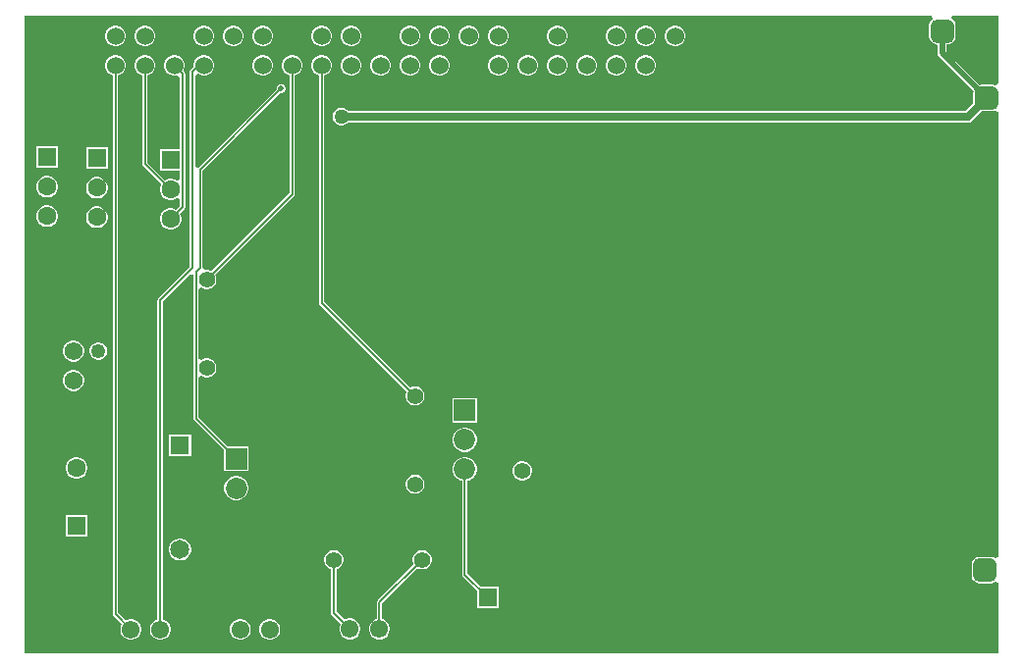
<source format=gtl>
G04*
G04 #@! TF.GenerationSoftware,Altium Limited,Altium Designer,22.7.1 (60)*
G04*
G04 Layer_Physical_Order=1*
G04 Layer_Color=255*
%FSLAX44Y44*%
%MOMM*%
G71*
G04*
G04 #@! TF.SameCoordinates,D299D1DB-FC93-4E7D-A29F-8AC0059F7039*
G04*
G04*
G04 #@! TF.FilePolarity,Positive*
G04*
G01*
G75*
%ADD11C,0.2000*%
%ADD19C,1.8500*%
%ADD20R,1.8500X1.8500*%
%ADD24C,1.5240*%
%ADD25C,1.6500*%
%ADD27C,1.2500*%
%ADD28C,1.5700*%
%ADD29R,1.5700X1.5700*%
G04:AMPARAMS|DCode=34|XSize=2mm|YSize=2mm|CornerRadius=0.5mm|HoleSize=0mm|Usage=FLASHONLY|Rotation=0.000|XOffset=0mm|YOffset=0mm|HoleType=Round|Shape=RoundedRectangle|*
%AMROUNDEDRECTD34*
21,1,2.0000,1.0000,0,0,0.0*
21,1,1.0000,2.0000,0,0,0.0*
1,1,1.0000,0.5000,-0.5000*
1,1,1.0000,-0.5000,-0.5000*
1,1,1.0000,-0.5000,0.5000*
1,1,1.0000,0.5000,0.5000*
%
%ADD34ROUNDEDRECTD34*%
%ADD35C,0.7000*%
%ADD36C,0.5000*%
%ADD37C,0.5000*%
%ADD38R,1.6500X1.6500*%
%ADD39C,1.6000*%
%ADD40R,1.6000X1.6000*%
%ADD41C,1.4000*%
%ADD42C,1.5500*%
%ADD43R,1.6000X1.6000*%
%ADD44R,1.5500X1.5500*%
%ADD45C,5.0000*%
%ADD46C,0.5080*%
%ADD47C,1.2700*%
G36*
X844902Y496413D02*
X842402Y495077D01*
X842344Y495116D01*
X839898Y495603D01*
X829898D01*
X829099Y495444D01*
X800330Y524214D01*
X800390Y530637D01*
X801653D01*
X804099Y531123D01*
X806173Y532509D01*
X807559Y534583D01*
X808046Y537029D01*
Y547029D01*
X807559Y549476D01*
X806173Y551550D01*
X804898Y552402D01*
X805656Y554902D01*
X844902D01*
Y496413D01*
D02*
G37*
G36*
X788408Y552402D02*
X787132Y551550D01*
X785747Y549476D01*
X785260Y547029D01*
Y537029D01*
X785747Y534583D01*
X787132Y532509D01*
X789206Y531123D01*
X791653Y530637D01*
X792692Y529587D01*
X792627Y522673D01*
X792631Y522655D01*
X792627Y522636D01*
X792770Y521917D01*
X792906Y521199D01*
X792916Y521184D01*
X792920Y521166D01*
X793326Y520558D01*
X793727Y519944D01*
X793743Y519934D01*
X793753Y519919D01*
X823663Y490008D01*
X823505Y489210D01*
Y479695D01*
X816525Y472716D01*
X284761D01*
X284682Y472853D01*
X283263Y474272D01*
X281525Y475275D01*
X279587Y475794D01*
X277581D01*
X275643Y475275D01*
X273905Y474272D01*
X272487Y472853D01*
X271483Y471115D01*
X270964Y469178D01*
Y467171D01*
X271483Y465233D01*
X272487Y463495D01*
X273905Y462077D01*
X275643Y461074D01*
X277581Y460554D01*
X279587D01*
X281525Y461074D01*
X283263Y462077D01*
X284175Y462989D01*
X818540D01*
X818540Y462989D01*
X820401Y463359D01*
X821979Y464413D01*
X830383Y472817D01*
X839898D01*
X842344Y473304D01*
X842402Y473343D01*
X844902Y472006D01*
Y87803D01*
X844670Y87600D01*
X842402Y86696D01*
X841029Y87613D01*
X838583Y88100D01*
X828583D01*
X826136Y87613D01*
X824062Y86227D01*
X822677Y84153D01*
X822190Y81707D01*
Y71707D01*
X822677Y69260D01*
X824062Y67186D01*
X826136Y65801D01*
X828583Y65314D01*
X838583D01*
X841029Y65801D01*
X842402Y66718D01*
X844670Y65814D01*
X844902Y65610D01*
Y5098D01*
X5098D01*
Y554902D01*
X787650D01*
X788408Y552402D01*
D02*
G37*
%LPC*%
G36*
X567471Y546590D02*
X565130D01*
X562869Y545984D01*
X560841Y544814D01*
X559186Y543159D01*
X558016Y541132D01*
X557410Y538871D01*
Y536530D01*
X558016Y534269D01*
X559186Y532242D01*
X560841Y530586D01*
X562869Y529416D01*
X565130Y528810D01*
X567471D01*
X569731Y529416D01*
X571759Y530586D01*
X573414Y532242D01*
X574584Y534269D01*
X575190Y536530D01*
Y538871D01*
X574584Y541132D01*
X573414Y543159D01*
X571759Y544814D01*
X569731Y545984D01*
X567471Y546590D01*
D02*
G37*
G36*
X542071D02*
X539730D01*
X537469Y545984D01*
X535442Y544814D01*
X533786Y543159D01*
X532616Y541132D01*
X532010Y538871D01*
Y536530D01*
X532616Y534269D01*
X533786Y532242D01*
X535442Y530586D01*
X537469Y529416D01*
X539730Y528810D01*
X542071D01*
X544332Y529416D01*
X546359Y530586D01*
X548014Y532242D01*
X549184Y534269D01*
X549790Y536530D01*
Y538871D01*
X549184Y541132D01*
X548014Y543159D01*
X546359Y544814D01*
X544332Y545984D01*
X542071Y546590D01*
D02*
G37*
G36*
X516670D02*
X514330D01*
X512069Y545984D01*
X510042Y544814D01*
X508386Y543159D01*
X507216Y541132D01*
X506610Y538871D01*
Y536530D01*
X507216Y534269D01*
X508386Y532242D01*
X510042Y530586D01*
X512069Y529416D01*
X514330Y528810D01*
X516670D01*
X518932Y529416D01*
X520959Y530586D01*
X522614Y532242D01*
X523784Y534269D01*
X524390Y536530D01*
Y538871D01*
X523784Y541132D01*
X522614Y543159D01*
X520959Y544814D01*
X518932Y545984D01*
X516670Y546590D01*
D02*
G37*
G36*
X465871D02*
X463530D01*
X461269Y545984D01*
X459241Y544814D01*
X457586Y543159D01*
X456416Y541132D01*
X455810Y538871D01*
Y536530D01*
X456416Y534269D01*
X457586Y532242D01*
X459241Y530586D01*
X461269Y529416D01*
X463530Y528810D01*
X465871D01*
X468131Y529416D01*
X470159Y530586D01*
X471814Y532242D01*
X472984Y534269D01*
X473590Y536530D01*
Y538871D01*
X472984Y541132D01*
X471814Y543159D01*
X470159Y544814D01*
X468131Y545984D01*
X465871Y546590D01*
D02*
G37*
G36*
X415070D02*
X412730D01*
X410469Y545984D01*
X408442Y544814D01*
X406786Y543159D01*
X405616Y541132D01*
X405010Y538871D01*
Y536530D01*
X405616Y534269D01*
X406786Y532242D01*
X408442Y530586D01*
X410469Y529416D01*
X412730Y528810D01*
X415070D01*
X417332Y529416D01*
X419359Y530586D01*
X421014Y532242D01*
X422184Y534269D01*
X422790Y536530D01*
Y538871D01*
X422184Y541132D01*
X421014Y543159D01*
X419359Y544814D01*
X417332Y545984D01*
X415070Y546590D01*
D02*
G37*
G36*
X389670D02*
X387330D01*
X385069Y545984D01*
X383041Y544814D01*
X381386Y543159D01*
X380216Y541132D01*
X379610Y538871D01*
Y536530D01*
X380216Y534269D01*
X381386Y532242D01*
X383041Y530586D01*
X385069Y529416D01*
X387330Y528810D01*
X389670D01*
X391931Y529416D01*
X393959Y530586D01*
X395614Y532242D01*
X396784Y534269D01*
X397390Y536530D01*
Y538871D01*
X396784Y541132D01*
X395614Y543159D01*
X393959Y544814D01*
X391931Y545984D01*
X389670Y546590D01*
D02*
G37*
G36*
X364271D02*
X361930D01*
X359669Y545984D01*
X357641Y544814D01*
X355986Y543159D01*
X354816Y541132D01*
X354210Y538871D01*
Y536530D01*
X354816Y534269D01*
X355986Y532242D01*
X357641Y530586D01*
X359669Y529416D01*
X361930Y528810D01*
X364271D01*
X366531Y529416D01*
X368559Y530586D01*
X370214Y532242D01*
X371384Y534269D01*
X371990Y536530D01*
Y538871D01*
X371384Y541132D01*
X370214Y543159D01*
X368559Y544814D01*
X366531Y545984D01*
X364271Y546590D01*
D02*
G37*
G36*
X338871D02*
X336530D01*
X334269Y545984D01*
X332242Y544814D01*
X330586Y543159D01*
X329416Y541132D01*
X328810Y538871D01*
Y536530D01*
X329416Y534269D01*
X330586Y532242D01*
X332242Y530586D01*
X334269Y529416D01*
X336530Y528810D01*
X338871D01*
X341132Y529416D01*
X343159Y530586D01*
X344814Y532242D01*
X345984Y534269D01*
X346590Y536530D01*
Y538871D01*
X345984Y541132D01*
X344814Y543159D01*
X343159Y544814D01*
X341132Y545984D01*
X338871Y546590D01*
D02*
G37*
G36*
X288071D02*
X285730D01*
X283469Y545984D01*
X281441Y544814D01*
X279786Y543159D01*
X278616Y541132D01*
X278010Y538871D01*
Y536530D01*
X278616Y534269D01*
X279786Y532242D01*
X281441Y530586D01*
X283469Y529416D01*
X285730Y528810D01*
X288071D01*
X290331Y529416D01*
X292359Y530586D01*
X294014Y532242D01*
X295184Y534269D01*
X295790Y536530D01*
Y538871D01*
X295184Y541132D01*
X294014Y543159D01*
X292359Y544814D01*
X290331Y545984D01*
X288071Y546590D01*
D02*
G37*
G36*
X262670D02*
X260330D01*
X258069Y545984D01*
X256042Y544814D01*
X254386Y543159D01*
X253216Y541132D01*
X252610Y538871D01*
Y536530D01*
X253216Y534269D01*
X254386Y532242D01*
X256042Y530586D01*
X258069Y529416D01*
X260330Y528810D01*
X262670D01*
X264932Y529416D01*
X266959Y530586D01*
X268614Y532242D01*
X269784Y534269D01*
X270390Y536530D01*
Y538871D01*
X269784Y541132D01*
X268614Y543159D01*
X266959Y544814D01*
X264932Y545984D01*
X262670Y546590D01*
D02*
G37*
G36*
X211870D02*
X209530D01*
X207269Y545984D01*
X205242Y544814D01*
X203586Y543159D01*
X202416Y541132D01*
X201810Y538871D01*
Y536530D01*
X202416Y534269D01*
X203586Y532242D01*
X205242Y530586D01*
X207269Y529416D01*
X209530Y528810D01*
X211870D01*
X214132Y529416D01*
X216159Y530586D01*
X217814Y532242D01*
X218984Y534269D01*
X219590Y536530D01*
Y538871D01*
X218984Y541132D01*
X217814Y543159D01*
X216159Y544814D01*
X214132Y545984D01*
X211870Y546590D01*
D02*
G37*
G36*
X186471D02*
X184130D01*
X181869Y545984D01*
X179841Y544814D01*
X178186Y543159D01*
X177016Y541132D01*
X176410Y538871D01*
Y536530D01*
X177016Y534269D01*
X178186Y532242D01*
X179841Y530586D01*
X181869Y529416D01*
X184130Y528810D01*
X186471D01*
X188731Y529416D01*
X190759Y530586D01*
X192414Y532242D01*
X193584Y534269D01*
X194190Y536530D01*
Y538871D01*
X193584Y541132D01*
X192414Y543159D01*
X190759Y544814D01*
X188731Y545984D01*
X186471Y546590D01*
D02*
G37*
G36*
X161070D02*
X158730D01*
X156469Y545984D01*
X154441Y544814D01*
X152786Y543159D01*
X151616Y541132D01*
X151010Y538871D01*
Y536530D01*
X151616Y534269D01*
X152786Y532242D01*
X154441Y530586D01*
X156469Y529416D01*
X158730Y528810D01*
X161070D01*
X163332Y529416D01*
X165359Y530586D01*
X167014Y532242D01*
X168184Y534269D01*
X168790Y536530D01*
Y538871D01*
X168184Y541132D01*
X167014Y543159D01*
X165359Y544814D01*
X163332Y545984D01*
X161070Y546590D01*
D02*
G37*
G36*
X110271D02*
X107930D01*
X105669Y545984D01*
X103642Y544814D01*
X101986Y543159D01*
X100816Y541132D01*
X100210Y538871D01*
Y536530D01*
X100816Y534269D01*
X101986Y532242D01*
X103642Y530586D01*
X105669Y529416D01*
X107930Y528810D01*
X110271D01*
X112531Y529416D01*
X114559Y530586D01*
X116214Y532242D01*
X117384Y534269D01*
X117990Y536530D01*
Y538871D01*
X117384Y541132D01*
X116214Y543159D01*
X114559Y544814D01*
X112531Y545984D01*
X110271Y546590D01*
D02*
G37*
G36*
X84871D02*
X82530D01*
X80269Y545984D01*
X78242Y544814D01*
X76586Y543159D01*
X75416Y541132D01*
X74810Y538871D01*
Y536530D01*
X75416Y534269D01*
X76586Y532242D01*
X78242Y530586D01*
X80269Y529416D01*
X82530Y528810D01*
X84871D01*
X87132Y529416D01*
X89159Y530586D01*
X90814Y532242D01*
X91984Y534269D01*
X92590Y536530D01*
Y538871D01*
X91984Y541132D01*
X90814Y543159D01*
X89159Y544814D01*
X87132Y545984D01*
X84871Y546590D01*
D02*
G37*
G36*
X542071Y521190D02*
X539730D01*
X537469Y520584D01*
X535442Y519414D01*
X533786Y517759D01*
X532616Y515732D01*
X532010Y513471D01*
Y511130D01*
X532616Y508869D01*
X533786Y506842D01*
X535442Y505186D01*
X537469Y504016D01*
X539730Y503410D01*
X542071D01*
X544332Y504016D01*
X546359Y505186D01*
X548014Y506842D01*
X549184Y508869D01*
X549790Y511130D01*
Y513471D01*
X549184Y515732D01*
X548014Y517759D01*
X546359Y519414D01*
X544332Y520584D01*
X542071Y521190D01*
D02*
G37*
G36*
X516670D02*
X514330D01*
X512069Y520584D01*
X510042Y519414D01*
X508386Y517759D01*
X507216Y515732D01*
X506610Y513471D01*
Y511130D01*
X507216Y508869D01*
X508386Y506842D01*
X510042Y505186D01*
X512069Y504016D01*
X514330Y503410D01*
X516670D01*
X518932Y504016D01*
X520959Y505186D01*
X522614Y506842D01*
X523784Y508869D01*
X524390Y511130D01*
Y513471D01*
X523784Y515732D01*
X522614Y517759D01*
X520959Y519414D01*
X518932Y520584D01*
X516670Y521190D01*
D02*
G37*
G36*
X491270D02*
X488930D01*
X486669Y520584D01*
X484641Y519414D01*
X482986Y517759D01*
X481816Y515732D01*
X481210Y513471D01*
Y511130D01*
X481816Y508869D01*
X482986Y506842D01*
X484641Y505186D01*
X486669Y504016D01*
X488930Y503410D01*
X491270D01*
X493531Y504016D01*
X495559Y505186D01*
X497214Y506842D01*
X498384Y508869D01*
X498990Y511130D01*
Y513471D01*
X498384Y515732D01*
X497214Y517759D01*
X495559Y519414D01*
X493531Y520584D01*
X491270Y521190D01*
D02*
G37*
G36*
X465871D02*
X463530D01*
X461269Y520584D01*
X459241Y519414D01*
X457586Y517759D01*
X456416Y515732D01*
X455810Y513471D01*
Y511130D01*
X456416Y508869D01*
X457586Y506842D01*
X459241Y505186D01*
X461269Y504016D01*
X463530Y503410D01*
X465871D01*
X468131Y504016D01*
X470159Y505186D01*
X471814Y506842D01*
X472984Y508869D01*
X473590Y511130D01*
Y513471D01*
X472984Y515732D01*
X471814Y517759D01*
X470159Y519414D01*
X468131Y520584D01*
X465871Y521190D01*
D02*
G37*
G36*
X440471D02*
X438130D01*
X435869Y520584D01*
X433842Y519414D01*
X432186Y517759D01*
X431016Y515732D01*
X430410Y513471D01*
Y511130D01*
X431016Y508869D01*
X432186Y506842D01*
X433842Y505186D01*
X435869Y504016D01*
X438130Y503410D01*
X440471D01*
X442732Y504016D01*
X444759Y505186D01*
X446414Y506842D01*
X447584Y508869D01*
X448190Y511130D01*
Y513471D01*
X447584Y515732D01*
X446414Y517759D01*
X444759Y519414D01*
X442732Y520584D01*
X440471Y521190D01*
D02*
G37*
G36*
X415070D02*
X412730D01*
X410469Y520584D01*
X408442Y519414D01*
X406786Y517759D01*
X405616Y515732D01*
X405010Y513471D01*
Y511130D01*
X405616Y508869D01*
X406786Y506842D01*
X408442Y505186D01*
X410469Y504016D01*
X412730Y503410D01*
X415070D01*
X417332Y504016D01*
X419359Y505186D01*
X421014Y506842D01*
X422184Y508869D01*
X422790Y511130D01*
Y513471D01*
X422184Y515732D01*
X421014Y517759D01*
X419359Y519414D01*
X417332Y520584D01*
X415070Y521190D01*
D02*
G37*
G36*
X364271D02*
X361930D01*
X359669Y520584D01*
X357641Y519414D01*
X355986Y517759D01*
X354816Y515732D01*
X354210Y513471D01*
Y511130D01*
X354816Y508869D01*
X355986Y506842D01*
X357641Y505186D01*
X359669Y504016D01*
X361930Y503410D01*
X364271D01*
X366531Y504016D01*
X368559Y505186D01*
X370214Y506842D01*
X371384Y508869D01*
X371990Y511130D01*
Y513471D01*
X371384Y515732D01*
X370214Y517759D01*
X368559Y519414D01*
X366531Y520584D01*
X364271Y521190D01*
D02*
G37*
G36*
X338871D02*
X336530D01*
X334269Y520584D01*
X332242Y519414D01*
X330586Y517759D01*
X329416Y515732D01*
X328810Y513471D01*
Y511130D01*
X329416Y508869D01*
X330586Y506842D01*
X332242Y505186D01*
X334269Y504016D01*
X336530Y503410D01*
X338871D01*
X341132Y504016D01*
X343159Y505186D01*
X344814Y506842D01*
X345984Y508869D01*
X346590Y511130D01*
Y513471D01*
X345984Y515732D01*
X344814Y517759D01*
X343159Y519414D01*
X341132Y520584D01*
X338871Y521190D01*
D02*
G37*
G36*
X313470D02*
X311130D01*
X308869Y520584D01*
X306842Y519414D01*
X305186Y517759D01*
X304016Y515732D01*
X303410Y513471D01*
Y511130D01*
X304016Y508869D01*
X305186Y506842D01*
X306842Y505186D01*
X308869Y504016D01*
X311130Y503410D01*
X313470D01*
X315732Y504016D01*
X317759Y505186D01*
X319414Y506842D01*
X320584Y508869D01*
X321190Y511130D01*
Y513471D01*
X320584Y515732D01*
X319414Y517759D01*
X317759Y519414D01*
X315732Y520584D01*
X313470Y521190D01*
D02*
G37*
G36*
X288071D02*
X285730D01*
X283469Y520584D01*
X281441Y519414D01*
X279786Y517759D01*
X278616Y515732D01*
X278010Y513471D01*
Y511130D01*
X278616Y508869D01*
X279786Y506842D01*
X281441Y505186D01*
X283469Y504016D01*
X285730Y503410D01*
X288071D01*
X290331Y504016D01*
X292359Y505186D01*
X294014Y506842D01*
X295184Y508869D01*
X295790Y511130D01*
Y513471D01*
X295184Y515732D01*
X294014Y517759D01*
X292359Y519414D01*
X290331Y520584D01*
X288071Y521190D01*
D02*
G37*
G36*
X211870D02*
X209530D01*
X207269Y520584D01*
X205242Y519414D01*
X203586Y517759D01*
X202416Y515732D01*
X201810Y513471D01*
Y511130D01*
X202416Y508869D01*
X203586Y506842D01*
X205242Y505186D01*
X207269Y504016D01*
X209530Y503410D01*
X211870D01*
X214132Y504016D01*
X216159Y505186D01*
X217814Y506842D01*
X218984Y508869D01*
X219590Y511130D01*
Y513471D01*
X218984Y515732D01*
X217814Y517759D01*
X216159Y519414D01*
X214132Y520584D01*
X211870Y521190D01*
D02*
G37*
G36*
X237271D02*
X234930D01*
X232669Y520584D01*
X230641Y519414D01*
X228986Y517759D01*
X227816Y515732D01*
X227210Y513471D01*
Y511130D01*
X227816Y508869D01*
X228986Y506842D01*
X230641Y505186D01*
X232669Y504016D01*
X233786Y503717D01*
Y402298D01*
X166366Y334878D01*
X165579Y335332D01*
X163475Y335896D01*
X161298D01*
X160764Y335753D01*
X160666Y335797D01*
X158867Y337526D01*
X158778Y337809D01*
Y421697D01*
X225777Y488696D01*
X227072D01*
X228472Y489276D01*
X229544Y490348D01*
X230124Y491748D01*
Y493264D01*
X229544Y494664D01*
X228472Y495736D01*
X227072Y496316D01*
X225556D01*
X224156Y495736D01*
X223084Y494664D01*
X222504Y493264D01*
Y491969D01*
X154827Y424293D01*
X154675Y424064D01*
X152175Y424566D01*
Y503918D01*
X153720Y504783D01*
X154675Y505052D01*
X156469Y504016D01*
X158730Y503410D01*
X161070D01*
X163332Y504016D01*
X165359Y505186D01*
X167014Y506842D01*
X168184Y508869D01*
X168790Y511130D01*
Y513471D01*
X168184Y515732D01*
X167014Y517759D01*
X165359Y519414D01*
X163332Y520584D01*
X161070Y521190D01*
X158730D01*
X156469Y520584D01*
X154441Y519414D01*
X152786Y517759D01*
X151616Y515732D01*
X151010Y513471D01*
Y511390D01*
X148223Y508603D01*
X147722Y507852D01*
X147545Y506966D01*
Y338518D01*
X120614Y311586D01*
X120112Y310835D01*
X119936Y309949D01*
Y34305D01*
X118769Y33992D01*
X116712Y32805D01*
X115032Y31125D01*
X113845Y29069D01*
X113230Y26774D01*
Y24399D01*
X113845Y22105D01*
X115032Y20049D01*
X116712Y18369D01*
X118769Y17182D01*
X121063Y16567D01*
X123438D01*
X125732Y17182D01*
X127789Y18369D01*
X129468Y20049D01*
X130655Y22105D01*
X131270Y24399D01*
Y26774D01*
X130655Y29069D01*
X129468Y31125D01*
X127789Y32805D01*
X125732Y33992D01*
X124565Y34305D01*
Y308990D01*
X148302Y332728D01*
X150802Y331693D01*
Y207623D01*
X150978Y206737D01*
X151480Y205986D01*
X177288Y180179D01*
Y162412D01*
X198328D01*
Y183452D01*
X180561D01*
X155431Y208581D01*
Y243150D01*
X156068Y243713D01*
X157931Y244449D01*
X159195Y243720D01*
X161298Y243156D01*
X163475D01*
X165579Y243720D01*
X167465Y244808D01*
X169004Y246348D01*
X170093Y248234D01*
X170657Y250337D01*
Y252515D01*
X170093Y254618D01*
X169004Y256504D01*
X167465Y258044D01*
X165579Y259132D01*
X163475Y259696D01*
X161298D01*
X159195Y259132D01*
X157931Y258403D01*
X156068Y259139D01*
X155431Y259701D01*
Y319350D01*
X156068Y319913D01*
X157931Y320649D01*
X159195Y319920D01*
X161298Y319356D01*
X163475D01*
X165579Y319920D01*
X167465Y321008D01*
X169004Y322548D01*
X170093Y324434D01*
X170657Y326537D01*
Y328715D01*
X170093Y330818D01*
X169639Y331605D01*
X237737Y399703D01*
X238238Y400454D01*
X238415Y401339D01*
Y503717D01*
X239531Y504016D01*
X241559Y505186D01*
X243214Y506842D01*
X244384Y508869D01*
X244990Y511130D01*
Y513471D01*
X244384Y515732D01*
X243214Y517759D01*
X241559Y519414D01*
X239531Y520584D01*
X237271Y521190D01*
D02*
G37*
G36*
X33858Y442293D02*
X15318D01*
Y423753D01*
X33858D01*
Y442293D01*
D02*
G37*
G36*
X76882Y441445D02*
X58342D01*
Y422905D01*
X76882D01*
Y441445D01*
D02*
G37*
G36*
X135670Y521190D02*
X133330D01*
X131069Y520584D01*
X129042Y519414D01*
X127386Y517759D01*
X126216Y515732D01*
X125610Y513471D01*
Y511130D01*
X126216Y508869D01*
X127386Y506842D01*
X129042Y505186D01*
X131069Y504016D01*
X133330Y503410D01*
X135670D01*
X136664Y503676D01*
X138982Y502168D01*
X139164Y501849D01*
Y439891D01*
X121919D01*
Y421351D01*
X139164D01*
Y413892D01*
X137567Y413016D01*
X136664Y412765D01*
X134768Y413859D01*
X132410Y414491D01*
X129969D01*
X127611Y413859D01*
X126479Y413205D01*
X111415Y428269D01*
Y503717D01*
X112531Y504016D01*
X114559Y505186D01*
X116214Y506842D01*
X117384Y508869D01*
X117990Y511130D01*
Y513471D01*
X117384Y515732D01*
X116214Y517759D01*
X114559Y519414D01*
X112531Y520584D01*
X110271Y521190D01*
X107930D01*
X105669Y520584D01*
X103642Y519414D01*
X101986Y517759D01*
X100816Y515732D01*
X100210Y513471D01*
Y511130D01*
X100816Y508869D01*
X101986Y506842D01*
X103642Y505186D01*
X105669Y504016D01*
X106786Y503717D01*
Y427310D01*
X106962Y426425D01*
X107464Y425674D01*
X123205Y409932D01*
X122551Y408799D01*
X121919Y406441D01*
Y404001D01*
X122551Y401643D01*
X123772Y399529D01*
X125498Y397803D01*
X127611Y396583D01*
X129969Y395951D01*
X132410D01*
X134768Y396583D01*
X136664Y397677D01*
X137567Y397426D01*
X139164Y396550D01*
Y391068D01*
X135900Y387805D01*
X134768Y388459D01*
X132410Y389091D01*
X129969D01*
X127611Y388459D01*
X125498Y387239D01*
X123772Y385513D01*
X122551Y383399D01*
X121919Y381041D01*
Y378601D01*
X122551Y376243D01*
X123772Y374129D01*
X125498Y372403D01*
X127611Y371183D01*
X129969Y370551D01*
X132410D01*
X134768Y371183D01*
X136881Y372403D01*
X138607Y374129D01*
X139828Y376243D01*
X140459Y378601D01*
Y381041D01*
X139828Y383399D01*
X139174Y384532D01*
X143115Y388473D01*
X143616Y389224D01*
X143792Y390109D01*
Y505322D01*
X143616Y506208D01*
X143115Y506959D01*
X142206Y507867D01*
X142784Y508869D01*
X143390Y511130D01*
Y513471D01*
X142784Y515732D01*
X141614Y517759D01*
X139959Y519414D01*
X137931Y520584D01*
X135670Y521190D01*
D02*
G37*
G36*
X25808Y416893D02*
X23367D01*
X21010Y416261D01*
X18896Y415041D01*
X17170Y413315D01*
X15949Y411201D01*
X15318Y408844D01*
Y406403D01*
X15949Y404045D01*
X17170Y401931D01*
X18896Y400205D01*
X21010Y398985D01*
X23367Y398353D01*
X25808D01*
X28166Y398985D01*
X30280Y400205D01*
X32006Y401931D01*
X33226Y404045D01*
X33858Y406403D01*
Y408844D01*
X33226Y411201D01*
X32006Y413315D01*
X30280Y415041D01*
X28166Y416261D01*
X25808Y416893D01*
D02*
G37*
G36*
X68833Y416045D02*
X66392D01*
X64034Y415414D01*
X61920Y414193D01*
X60194Y412467D01*
X58974Y410354D01*
X58342Y407996D01*
Y405555D01*
X58974Y403197D01*
X60194Y401083D01*
X61920Y399358D01*
X64034Y398137D01*
X66392Y397505D01*
X68833D01*
X71190Y398137D01*
X73304Y399358D01*
X75030Y401083D01*
X76251Y403197D01*
X76882Y405555D01*
Y407996D01*
X76251Y410354D01*
X75030Y412467D01*
X73304Y414193D01*
X71190Y415414D01*
X68833Y416045D01*
D02*
G37*
G36*
X25808Y391493D02*
X23367D01*
X21010Y390862D01*
X18896Y389641D01*
X17170Y387915D01*
X15949Y385801D01*
X15318Y383444D01*
Y381003D01*
X15949Y378645D01*
X17170Y376531D01*
X18896Y374805D01*
X21010Y373585D01*
X23367Y372953D01*
X25808D01*
X28166Y373585D01*
X30280Y374805D01*
X32006Y376531D01*
X33226Y378645D01*
X33858Y381003D01*
Y383444D01*
X33226Y385801D01*
X32006Y387915D01*
X30280Y389641D01*
X28166Y390862D01*
X25808Y391493D01*
D02*
G37*
G36*
X68833Y390645D02*
X66392D01*
X64034Y390014D01*
X61920Y388793D01*
X60194Y387067D01*
X58974Y384953D01*
X58342Y382596D01*
Y380155D01*
X58974Y377797D01*
X60194Y375684D01*
X61920Y373958D01*
X64034Y372737D01*
X66392Y372105D01*
X68833D01*
X71190Y372737D01*
X73304Y373958D01*
X75030Y375684D01*
X76251Y377797D01*
X76882Y380155D01*
Y382596D01*
X76251Y384953D01*
X75030Y387067D01*
X73304Y388793D01*
X71190Y390014D01*
X68833Y390645D01*
D02*
G37*
G36*
X69942Y273308D02*
X67962D01*
X66050Y272796D01*
X64335Y271806D01*
X62935Y270406D01*
X61945Y268691D01*
X61432Y266778D01*
Y264798D01*
X61945Y262885D01*
X62935Y261171D01*
X64335Y259771D01*
X66050Y258781D01*
X67962Y258268D01*
X69942D01*
X71855Y258781D01*
X73570Y259771D01*
X74970Y261171D01*
X75960Y262885D01*
X76472Y264798D01*
Y266778D01*
X75960Y268691D01*
X74970Y270406D01*
X73570Y271806D01*
X71855Y272796D01*
X69942Y273308D01*
D02*
G37*
G36*
X48553Y274908D02*
X46152D01*
X43833Y274287D01*
X41753Y273086D01*
X40055Y271388D01*
X38854Y269308D01*
X38233Y266989D01*
Y264587D01*
X38854Y262268D01*
X40055Y260188D01*
X41753Y258490D01*
X43833Y257290D01*
X46152Y256668D01*
X48553D01*
X50873Y257290D01*
X52952Y258490D01*
X54651Y260188D01*
X55851Y262268D01*
X56473Y264587D01*
Y266989D01*
X55851Y269308D01*
X54651Y271388D01*
X52952Y273086D01*
X50873Y274287D01*
X48553Y274908D01*
D02*
G37*
G36*
Y249508D02*
X46152D01*
X43833Y248887D01*
X41753Y247686D01*
X40055Y245988D01*
X38854Y243908D01*
X38233Y241589D01*
Y239188D01*
X38854Y236868D01*
X40055Y234788D01*
X41753Y233090D01*
X43833Y231890D01*
X46152Y231268D01*
X48553D01*
X50873Y231890D01*
X52952Y233090D01*
X54651Y234788D01*
X55851Y236868D01*
X56473Y239188D01*
Y241589D01*
X55851Y243908D01*
X54651Y245988D01*
X52952Y247686D01*
X50873Y248887D01*
X48553Y249508D01*
D02*
G37*
G36*
X262670Y521190D02*
X260330D01*
X258069Y520584D01*
X256042Y519414D01*
X254386Y517759D01*
X253216Y515732D01*
X252610Y513471D01*
Y511130D01*
X253216Y508869D01*
X254386Y506842D01*
X256042Y505186D01*
X258069Y504016D01*
X259186Y503717D01*
Y307492D01*
X259362Y306607D01*
X259863Y305856D01*
X334662Y231057D01*
X334208Y230270D01*
X333644Y228167D01*
Y225989D01*
X334208Y223886D01*
X335297Y222000D01*
X336837Y220460D01*
X338722Y219372D01*
X340826Y218808D01*
X343003D01*
X345107Y219372D01*
X346992Y220460D01*
X348532Y222000D01*
X349621Y223886D01*
X350185Y225989D01*
Y228167D01*
X349621Y230270D01*
X348532Y232156D01*
X346992Y233696D01*
X345107Y234784D01*
X343003Y235348D01*
X340826D01*
X338722Y234784D01*
X337935Y234330D01*
X263815Y308451D01*
Y503717D01*
X264932Y504016D01*
X266959Y505186D01*
X268614Y506842D01*
X269784Y508869D01*
X270390Y511130D01*
Y513471D01*
X269784Y515732D01*
X268614Y517759D01*
X266959Y519414D01*
X264932Y520584D01*
X262670Y521190D01*
D02*
G37*
G36*
X395427Y225205D02*
X374387D01*
Y204165D01*
X395427D01*
Y225205D01*
D02*
G37*
G36*
X386292Y199805D02*
X383522D01*
X380846Y199088D01*
X378448Y197703D01*
X376489Y195744D01*
X375104Y193345D01*
X374387Y190670D01*
Y187900D01*
X375104Y185224D01*
X376489Y182825D01*
X378448Y180867D01*
X380846Y179482D01*
X383522Y178765D01*
X386292D01*
X388968Y179482D01*
X391367Y180867D01*
X393325Y182825D01*
X394710Y185224D01*
X395427Y187900D01*
Y190670D01*
X394710Y193345D01*
X393325Y195744D01*
X391367Y197703D01*
X388968Y199088D01*
X386292Y199805D01*
D02*
G37*
G36*
X148809Y194070D02*
X129769D01*
Y175030D01*
X148809D01*
Y194070D01*
D02*
G37*
G36*
X51266Y174142D02*
X48826D01*
X46468Y173510D01*
X44354Y172290D01*
X42628Y170564D01*
X41408Y168450D01*
X40776Y166092D01*
Y163652D01*
X41408Y161294D01*
X42628Y159180D01*
X44354Y157454D01*
X46468Y156234D01*
X48826Y155602D01*
X51266D01*
X53624Y156234D01*
X55738Y157454D01*
X57464Y159180D01*
X58684Y161294D01*
X59316Y163652D01*
Y166092D01*
X58684Y168450D01*
X57464Y170564D01*
X55738Y172290D01*
X53624Y173510D01*
X51266Y174142D01*
D02*
G37*
G36*
X435382Y170845D02*
X433204D01*
X431101Y170282D01*
X429215Y169193D01*
X427676Y167653D01*
X426587Y165767D01*
X426023Y163664D01*
Y161486D01*
X426587Y159383D01*
X427676Y157497D01*
X429215Y155958D01*
X431101Y154869D01*
X433204Y154305D01*
X435382D01*
X437485Y154869D01*
X439371Y155958D01*
X440911Y157497D01*
X442000Y159383D01*
X442563Y161486D01*
Y163664D01*
X442000Y165767D01*
X440911Y167653D01*
X439371Y169193D01*
X437485Y170282D01*
X435382Y170845D01*
D02*
G37*
G36*
X343003Y159148D02*
X340826D01*
X338722Y158584D01*
X336837Y157496D01*
X335297Y155956D01*
X334208Y154070D01*
X333644Y151967D01*
Y149789D01*
X334208Y147686D01*
X335297Y145800D01*
X336837Y144260D01*
X338722Y143172D01*
X340826Y142608D01*
X343003D01*
X345107Y143172D01*
X346992Y144260D01*
X348532Y145800D01*
X349621Y147686D01*
X350185Y149789D01*
Y151967D01*
X349621Y154070D01*
X348532Y155956D01*
X346992Y157496D01*
X345107Y158584D01*
X343003Y159148D01*
D02*
G37*
G36*
X189193Y158052D02*
X186423D01*
X183747Y157335D01*
X181348Y155950D01*
X179389Y153991D01*
X178004Y151592D01*
X177288Y148917D01*
Y146147D01*
X178004Y143471D01*
X179389Y141072D01*
X181348Y139114D01*
X183747Y137729D01*
X186423Y137012D01*
X189193D01*
X191868Y137729D01*
X194267Y139114D01*
X196226Y141072D01*
X197611Y143471D01*
X198328Y146147D01*
Y148917D01*
X197611Y151592D01*
X196226Y153991D01*
X194267Y155950D01*
X191868Y157335D01*
X189193Y158052D01*
D02*
G37*
G36*
X59316Y124142D02*
X40776D01*
Y105602D01*
X59316D01*
Y124142D01*
D02*
G37*
G36*
X140542Y104070D02*
X138036D01*
X135615Y103421D01*
X133444Y102168D01*
X131671Y100395D01*
X130418Y98224D01*
X129769Y95803D01*
Y93297D01*
X130418Y90875D01*
X131671Y88705D01*
X133444Y86932D01*
X135615Y85679D01*
X138036Y85030D01*
X140542D01*
X142964Y85679D01*
X145134Y86932D01*
X146907Y88705D01*
X148160Y90875D01*
X148809Y93297D01*
Y95803D01*
X148160Y98224D01*
X146907Y100395D01*
X145134Y102168D01*
X142964Y103421D01*
X140542Y104070D01*
D02*
G37*
G36*
X349168Y93960D02*
X346991D01*
X344888Y93396D01*
X343002Y92308D01*
X341462Y90768D01*
X340373Y88882D01*
X339810Y86779D01*
Y84601D01*
X340373Y82498D01*
X340827Y81711D01*
X309623Y50506D01*
X309121Y49755D01*
X308945Y48870D01*
Y34700D01*
X307778Y34388D01*
X305721Y33200D01*
X304041Y31521D01*
X302854Y29464D01*
X302239Y27170D01*
Y24795D01*
X302854Y22501D01*
X304041Y20444D01*
X305721Y18764D01*
X307778Y17577D01*
X310072Y16962D01*
X312447D01*
X314741Y17577D01*
X316798Y18764D01*
X318477Y20444D01*
X319664Y22501D01*
X320279Y24795D01*
Y27170D01*
X319664Y29464D01*
X318477Y31521D01*
X316798Y33200D01*
X314741Y34388D01*
X313574Y34700D01*
Y47911D01*
X344101Y78438D01*
X344888Y77983D01*
X346991Y77420D01*
X349168D01*
X351272Y77983D01*
X353158Y79072D01*
X354697Y80612D01*
X355786Y82498D01*
X356350Y84601D01*
Y86779D01*
X355786Y88882D01*
X354697Y90768D01*
X353158Y92308D01*
X351272Y93396D01*
X349168Y93960D01*
D02*
G37*
G36*
X386292Y174405D02*
X383522D01*
X380846Y173688D01*
X378448Y172303D01*
X376489Y170344D01*
X375104Y167945D01*
X374387Y165270D01*
Y162500D01*
X375104Y159824D01*
X376489Y157425D01*
X378448Y155467D01*
X380846Y154082D01*
X382593Y153614D01*
Y72755D01*
X382769Y71869D01*
X383270Y71118D01*
X395521Y58867D01*
Y43601D01*
X414061D01*
Y62141D01*
X398794D01*
X387221Y73713D01*
Y153614D01*
X388968Y154082D01*
X391367Y155467D01*
X393325Y157425D01*
X394710Y159824D01*
X395427Y162500D01*
Y165270D01*
X394710Y167945D01*
X393325Y170344D01*
X391367Y172303D01*
X388968Y173688D01*
X386292Y174405D01*
D02*
G37*
G36*
X272968Y93960D02*
X270791D01*
X268687Y93396D01*
X266802Y92308D01*
X265262Y90768D01*
X264173Y88882D01*
X263610Y86779D01*
Y84601D01*
X264173Y82498D01*
X265262Y80612D01*
X266802Y79072D01*
X268687Y77983D01*
X269565Y77748D01*
Y39962D01*
X269741Y39076D01*
X270243Y38325D01*
X278058Y30510D01*
X277454Y29464D01*
X276839Y27170D01*
Y24795D01*
X277454Y22501D01*
X278641Y20444D01*
X280321Y18764D01*
X282378Y17577D01*
X284672Y16962D01*
X287047D01*
X289341Y17577D01*
X291398Y18764D01*
X293077Y20444D01*
X294265Y22501D01*
X294879Y24795D01*
Y27170D01*
X294265Y29464D01*
X293077Y31521D01*
X291398Y33200D01*
X289341Y34388D01*
X287047Y35002D01*
X284672D01*
X282378Y34388D01*
X281331Y33783D01*
X274194Y40921D01*
Y77748D01*
X275072Y77983D01*
X276957Y79072D01*
X278497Y80612D01*
X279586Y82498D01*
X280150Y84601D01*
Y86779D01*
X279586Y88882D01*
X278497Y90768D01*
X276957Y92308D01*
X275072Y93396D01*
X272968Y93960D01*
D02*
G37*
G36*
X217943Y34607D02*
X215567D01*
X213273Y33992D01*
X211217Y32805D01*
X209537Y31125D01*
X208350Y29069D01*
X207735Y26774D01*
Y24399D01*
X208350Y22105D01*
X209537Y20049D01*
X211217Y18369D01*
X213273Y17182D01*
X215567Y16567D01*
X217943D01*
X220236Y17182D01*
X222293Y18369D01*
X223973Y20049D01*
X225160Y22105D01*
X225775Y24399D01*
Y26774D01*
X225160Y29069D01*
X223973Y31125D01*
X222293Y32805D01*
X220236Y33992D01*
X217943Y34607D01*
D02*
G37*
G36*
X192542D02*
X190168D01*
X187873Y33992D01*
X185817Y32805D01*
X184137Y31125D01*
X182950Y29069D01*
X182335Y26774D01*
Y24399D01*
X182950Y22105D01*
X184137Y20049D01*
X185817Y18369D01*
X187873Y17182D01*
X190168Y16567D01*
X192542D01*
X194837Y17182D01*
X196893Y18369D01*
X198573Y20049D01*
X199760Y22105D01*
X200375Y24399D01*
Y26774D01*
X199760Y29069D01*
X198573Y31125D01*
X196893Y32805D01*
X194837Y33992D01*
X192542Y34607D01*
D02*
G37*
G36*
X84871Y521190D02*
X82530D01*
X80269Y520584D01*
X78242Y519414D01*
X76586Y517759D01*
X75416Y515732D01*
X74810Y513471D01*
Y511130D01*
X75416Y508869D01*
X76586Y506842D01*
X78242Y505186D01*
X80269Y504016D01*
X81386Y503717D01*
Y38737D01*
X81562Y37851D01*
X82064Y37101D01*
X89049Y30115D01*
X88445Y29069D01*
X87830Y26774D01*
Y24399D01*
X88445Y22105D01*
X89632Y20049D01*
X91312Y18369D01*
X93369Y17182D01*
X95663Y16567D01*
X98038D01*
X100332Y17182D01*
X102389Y18369D01*
X104068Y20049D01*
X105255Y22105D01*
X105870Y24399D01*
Y26774D01*
X105255Y29069D01*
X104068Y31125D01*
X102389Y32805D01*
X100332Y33992D01*
X98038Y34607D01*
X95663D01*
X93369Y33992D01*
X92322Y33388D01*
X86015Y39696D01*
Y503717D01*
X87132Y504016D01*
X89159Y505186D01*
X90814Y506842D01*
X91984Y508869D01*
X92590Y511130D01*
Y513471D01*
X91984Y515732D01*
X90814Y517759D01*
X89159Y519414D01*
X87132Y520584D01*
X84871Y521190D01*
D02*
G37*
%LPD*%
D11*
X271880Y39962D02*
Y85690D01*
Y39962D02*
X285859Y25982D01*
X236100Y401339D02*
Y512300D01*
X162387Y327626D02*
X236100Y401339D01*
X156464Y422656D02*
X226314Y492506D01*
X156464Y337611D02*
Y422656D01*
X153117Y334264D02*
X156464Y337611D01*
X153117Y207623D02*
Y334264D01*
Y207623D02*
X187808Y172932D01*
X384907Y72755D02*
Y163885D01*
Y72755D02*
X404791Y52871D01*
X83700Y38737D02*
Y512300D01*
Y38737D02*
X96850Y25587D01*
X149860Y506966D02*
X155194Y512300D01*
X149860Y337559D02*
Y506966D01*
X122250Y309949D02*
X149860Y337559D01*
X122250Y25587D02*
Y309949D01*
X311259Y25982D02*
Y48870D01*
X348080Y85690D01*
X261500Y307492D02*
X341914Y227078D01*
X261500Y307492D02*
Y512300D01*
X109100Y427310D02*
X131189Y405221D01*
X109100Y427310D02*
Y512300D01*
X131189Y379821D02*
X141478Y390109D01*
Y505322D01*
X134500Y512300D02*
X141478Y505322D01*
X155194Y512300D02*
X159900D01*
D19*
X187808Y122132D02*
D03*
Y147532D02*
D03*
X384907Y163885D02*
D03*
Y189285D02*
D03*
D20*
X187808Y172932D02*
D03*
X384907Y214685D02*
D03*
D24*
X159900Y512300D02*
D03*
X134500D02*
D03*
X464700Y537700D02*
D03*
X83700Y512300D02*
D03*
Y537700D02*
D03*
X109100Y512300D02*
D03*
Y537700D02*
D03*
X134500D02*
D03*
X159900D02*
D03*
X185300Y512300D02*
D03*
Y537700D02*
D03*
X210700Y512300D02*
D03*
Y537700D02*
D03*
X236100Y512300D02*
D03*
Y537700D02*
D03*
X261500Y512300D02*
D03*
Y537700D02*
D03*
X286900Y512300D02*
D03*
Y537700D02*
D03*
X312300Y512300D02*
D03*
Y537700D02*
D03*
X337700Y512300D02*
D03*
Y537700D02*
D03*
X363100Y512300D02*
D03*
Y537700D02*
D03*
X388500Y512300D02*
D03*
Y537700D02*
D03*
X413900Y512300D02*
D03*
Y537700D02*
D03*
X439300Y512300D02*
D03*
Y537700D02*
D03*
X464700Y512300D02*
D03*
X490100D02*
D03*
Y537700D02*
D03*
X515500Y512300D02*
D03*
Y537700D02*
D03*
X540900Y512300D02*
D03*
Y537700D02*
D03*
X566300Y512300D02*
D03*
Y537700D02*
D03*
D25*
X139289Y94550D02*
D03*
D27*
X68952Y265788D02*
D03*
D28*
X47353Y240388D02*
D03*
Y265788D02*
D03*
Y291188D02*
D03*
D29*
Y316588D02*
D03*
D34*
X682516Y542733D02*
D03*
X646044Y76373D02*
D03*
X646104Y485123D02*
D03*
X796653Y542029D02*
D03*
X834898Y484210D02*
D03*
X833583Y76707D02*
D03*
D35*
X378965Y467852D02*
X403367D01*
X278706D02*
X378965D01*
X403367D02*
X818540D01*
X834898Y484210D01*
D36*
X796471Y522636D02*
X834898Y484210D01*
X796471Y522636D02*
X796653Y542029D01*
D37*
X834714Y74744D02*
D03*
D38*
X139289Y184550D02*
D03*
D39*
X131189Y354421D02*
D03*
Y379821D02*
D03*
Y405221D02*
D03*
X24588Y382223D02*
D03*
X67612Y381375D02*
D03*
X50046Y164872D02*
D03*
X454791Y52871D02*
D03*
X67612Y355975D02*
D03*
Y406775D02*
D03*
X24588Y356823D02*
D03*
Y407623D02*
D03*
D40*
X131189Y430621D02*
D03*
X50046Y114872D02*
D03*
X67612Y432175D02*
D03*
X24588Y433023D02*
D03*
D41*
X341914Y227078D02*
D03*
Y150878D02*
D03*
X510493Y162575D02*
D03*
X434293D02*
D03*
X348080Y85690D02*
D03*
X162387Y327626D02*
D03*
Y251426D02*
D03*
X271880Y85690D02*
D03*
D42*
X122250Y25587D02*
D03*
X216755D02*
D03*
X311259Y25982D02*
D03*
X285859D02*
D03*
X191355Y25587D02*
D03*
X96850D02*
D03*
D43*
X404791Y52871D02*
D03*
D44*
X336659Y25982D02*
D03*
X242155Y25587D02*
D03*
X147650D02*
D03*
D45*
X35000Y525000D02*
D03*
X615000Y35000D02*
D03*
X35000D02*
D03*
X615000Y525000D02*
D03*
D46*
X226314Y492506D02*
D03*
D47*
X711192Y543524D02*
D03*
X651978Y543070D02*
D03*
X829254Y542492D02*
D03*
X278584Y468174D02*
D03*
M02*

</source>
